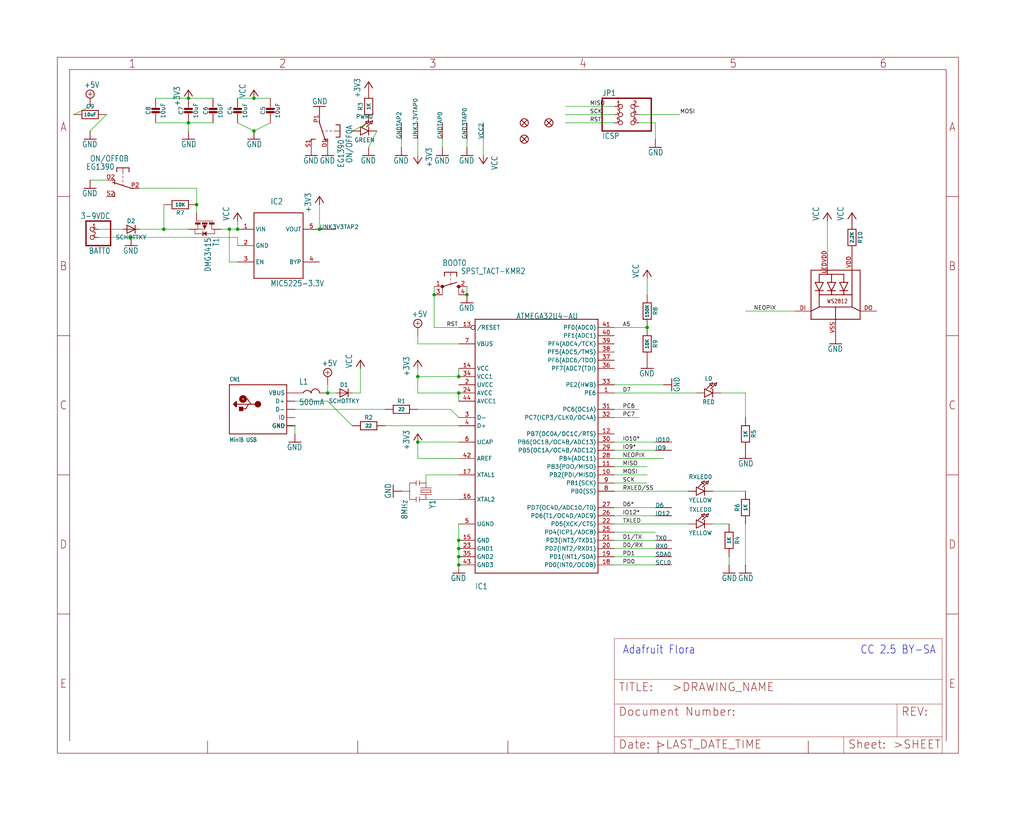
<source format=kicad_sch>
(kicad_sch (version 20211123) (generator eeschema)
  (paper "User" 317.5 254.406)
  (lib_symbols
    (symbol "eagleSchem-eagle-import:+3V3" (power)
      (property "Value" "+3V3" (at -2.54 -5.08 90))
      (symbol "+3V3_1_0"
        (pin power_in line (at 0 -2.54 90) (length 2.54) (name "+3V3") (number "1"))
      )
    )
    (symbol "eagleSchem-eagle-import:+5V" (power)
      (property "Value" "+5V" (at -1.905 3.175 0))
      (symbol "+5V_1_0"
        (pin power_in line (at 0 -2.54 90) (length 2.54) (name "+5V") (number "1"))
      )
    )
    (symbol "eagleSchem-eagle-import:ATMEGA32U4-AU"
      (property "Value" "ATMEGA32U4-AU" (at -5.08 45.72 0))
      (symbol "ATMEGA32U4-AU_1_0"
        (pin bidirectional line (at 25.4 22.86 180) (length 5.08) (name "PE6") (number "1"))
        (pin bidirectional line (at 25.4 -2.54 180) (length 5.08) (name "PB2(PDI/MISO)") (number "10"))
        (pin bidirectional line (at 25.4 0 180) (length 5.08) (name "PB3(PDO/MISO)") (number "11"))
        (pin bidirectional line (at 25.4 10.16 180) (length 5.08) (name "PB7(OC0A/OC1C/RTS)") (number "12"))
        (pin bidirectional inverted (at -22.86 43.18 0) (length 5.08) (name "/RESET") (number "13"))
        (pin bidirectional line (at -22.86 30.48 0) (length 5.08) (name "VCC") (number "14"))
        (pin bidirectional line (at -22.86 -22.86 0) (length 5.08) (name "GND") (number "15"))
        (pin bidirectional line (at -22.86 -10.16 0) (length 5.08) (name "XTAL2") (number "16"))
        (pin bidirectional line (at -22.86 -2.54 0) (length 5.08) (name "XTAL1") (number "17"))
        (pin bidirectional line (at 25.4 -30.48 180) (length 5.08) (name "PD0(INT0/OC0B)") (number "18"))
        (pin bidirectional line (at 25.4 -27.94 180) (length 5.08) (name "PD1(INT1/SDA)") (number "19"))
        (pin bidirectional line (at -22.86 25.4 0) (length 5.08) (name "UVCC") (number "2"))
        (pin bidirectional line (at 25.4 -25.4 180) (length 5.08) (name "PD2(INT2/RXD1)") (number "20"))
        (pin bidirectional line (at 25.4 -22.86 180) (length 5.08) (name "PD3(INT3/TXD1)") (number "21"))
        (pin bidirectional line (at 25.4 -17.78 180) (length 5.08) (name "PD5(XCK/CTS)") (number "22"))
        (pin bidirectional line (at -22.86 -25.4 0) (length 5.08) (name "GND1") (number "23"))
        (pin bidirectional line (at -22.86 22.86 0) (length 5.08) (name "AVCC") (number "24"))
        (pin bidirectional line (at 25.4 -20.32 180) (length 5.08) (name "PD4(ICP1/ADC8)") (number "25"))
        (pin bidirectional line (at 25.4 -15.24 180) (length 5.08) (name "PD6(T1/OC4D/ADC9)") (number "26"))
        (pin bidirectional line (at 25.4 -12.7 180) (length 5.08) (name "PD7(OC4D/ADC10/T0)") (number "27"))
        (pin bidirectional line (at 25.4 2.54 180) (length 5.08) (name "PB4(ADC11)") (number "28"))
        (pin bidirectional line (at 25.4 5.08 180) (length 5.08) (name "PB5(OC1A/OC4B/ADC12)") (number "29"))
        (pin bidirectional line (at -22.86 15.24 0) (length 5.08) (name "D-") (number "3"))
        (pin bidirectional line (at 25.4 7.62 180) (length 5.08) (name "PB6(OC1B/OC4B/ADC13)") (number "30"))
        (pin bidirectional line (at 25.4 17.78 180) (length 5.08) (name "PC6(OC1A)") (number "31"))
        (pin bidirectional line (at 25.4 15.24 180) (length 5.08) (name "PC7(ICP3/CLK0/OC4A)") (number "32"))
        (pin bidirectional line (at 25.4 25.4 180) (length 5.08) (name "PE2(HWB)") (number "33"))
        (pin bidirectional line (at -22.86 27.94 0) (length 5.08) (name "VCC1") (number "34"))
        (pin bidirectional line (at -22.86 -27.94 0) (length 5.08) (name "GND2") (number "35"))
        (pin bidirectional line (at 25.4 30.48 180) (length 5.08) (name "PF7(ADC7(TDI)") (number "36"))
        (pin bidirectional line (at 25.4 33.02 180) (length 5.08) (name "PF6(ADC6/TDO)") (number "37"))
        (pin bidirectional line (at 25.4 35.56 180) (length 5.08) (name "PF5(ADC5/TMS)") (number "38"))
        (pin bidirectional line (at 25.4 38.1 180) (length 5.08) (name "PF4(ADC4/TCK)") (number "39"))
        (pin bidirectional line (at -22.86 12.7 0) (length 5.08) (name "D+") (number "4"))
        (pin bidirectional line (at 25.4 40.64 180) (length 5.08) (name "PF1(ADC1)") (number "40"))
        (pin bidirectional line (at 25.4 43.18 180) (length 5.08) (name "PF0(ADC0)") (number "41"))
        (pin bidirectional line (at -22.86 2.54 0) (length 5.08) (name "AREF") (number "42"))
        (pin bidirectional line (at -22.86 -30.48 0) (length 5.08) (name "GND3") (number "43"))
        (pin bidirectional line (at -22.86 20.32 0) (length 5.08) (name "AVCC1") (number "44"))
        (pin bidirectional line (at -22.86 -17.78 0) (length 5.08) (name "UGND") (number "5"))
        (pin bidirectional line (at -22.86 7.62 0) (length 5.08) (name "UCAP") (number "6"))
        (pin bidirectional line (at -22.86 38.1 0) (length 5.08) (name "VBUS") (number "7"))
        (pin bidirectional line (at 25.4 -7.62 180) (length 5.08) (name "PB0(SS)") (number "8"))
        (pin bidirectional line (at 25.4 -5.08 180) (length 5.08) (name "PB1(SCK)") (number "9"))
      )
    )
    (symbol "eagleSchem-eagle-import:CAP_CERAMIC0805-NOOUTLINE"
      (property "Reference" "C" (at -2.29 1.25 90))
      (property "Value" "CAP_CERAMIC0805-NOOUTLINE" (at 2.3 1.25 90))
      (symbol "CAP_CERAMIC0805-NOOUTLINE_1_0"
        (pin passive line (at 0 5.08 270) (length 2.54) (name "1") (number "1"))
        (pin passive line (at 0 -2.54 90) (length 2.54) (name "2") (number "2"))
      )
    )
    (symbol "eagleSchem-eagle-import:DIODESOD-123"
      (property "Reference" "D" (at 0 2.54 0))
      (property "Value" "DIODESOD-123" (at 0 -2.5 0))
      (symbol "DIODESOD-123_1_0"
        (pin passive line (at -2.54 0 0) (length 2.54) (name "A") (number "A"))
        (pin passive line (at 2.54 0 180) (length 2.54) (name "C") (number "C"))
      )
    )
    (symbol "eagleSchem-eagle-import:DPDT-EG1390"
      (property "Reference" "SW" (at -8.255 -1.905 90))
      (property "Value" "DPDT-EG1390" (at -5.715 2.54 90))
      (symbol "DPDT-EG1390_1_0"
        (pin passive line (at -2.54 5.08 270) (length 2.54) (name "O") (number "O1"))
        (pin passive line (at 0 -5.08 90) (length 2.54) (name "P") (number "P1"))
        (pin passive line (at 2.54 5.08 270) (length 2.54) (name "S") (number "S1"))
      )
      (symbol "DPDT-EG1390_2_0"
        (pin passive line (at -2.54 5.08 270) (length 2.54) (name "O") (number "O2"))
        (pin passive line (at 0 -5.08 90) (length 2.54) (name "P") (number "P2"))
        (pin passive line (at 2.54 5.08 270) (length 2.54) (name "S") (number "S2"))
      )
    )
    (symbol "eagleSchem-eagle-import:FIDUCIAL{dblquote}{dblquote}")
    (symbol "eagleSchem-eagle-import:FRAME_A_L"
      (symbol "FRAME_A_L_1_0"
        (text "1" (at 23.2833 213.995 0) (effects (font (size 2.54 2.286))))
        (text "2" (at 69.85 213.995 0) (effects (font (size 2.54 2.286))))
        (text "3" (at 116.4167 213.995 0) (effects (font (size 2.54 2.286))))
        (text "4" (at 162.9833 213.995 0) (effects (font (size 2.54 2.286))))
        (text "5" (at 209.55 213.995 0) (effects (font (size 2.54 2.286))))
        (text "6" (at 256.1167 213.995 0) (effects (font (size 2.54 2.286))))
        (text "A" (at 1.905 194.31 0) (effects (font (size 2.54 2.286))))
        (text "A" (at 277.495 194.31 0) (effects (font (size 2.54 2.286))))
        (text "B" (at 1.905 151.13 0) (effects (font (size 2.54 2.286))))
        (text "B" (at 277.495 151.13 0) (effects (font (size 2.54 2.286))))
        (text "C" (at 1.905 107.95 0) (effects (font (size 2.54 2.286))))
        (text "C" (at 277.495 107.95 0) (effects (font (size 2.54 2.286))))
        (text "D" (at 1.905 64.77 0) (effects (font (size 2.54 2.286))))
        (text "D" (at 277.495 64.77 0) (effects (font (size 2.54 2.286))))
        (text "E" (at 1.905 21.59 0) (effects (font (size 2.54 2.286))))
        (text "E" (at 277.495 21.59 0) (effects (font (size 2.54 2.286))))
      )
      (symbol "FRAME_A_L_2_0"
        (text ">DRAWING_NAME" (at 17.78 19.05 0) (effects (font (size 2.54 2.54)) (justify left bottom)))
        (text ">LAST_DATE_TIME" (at 12.7 1.27 0) (effects (font (size 2.54 2.54)) (justify left bottom)))
        (text ">SHEET" (at 86.36 1.27 0) (effects (font (size 2.54 2.54)) (justify left bottom)))
        (text "Date:" (at 1.27 1.27 0) (effects (font (size 2.54 2.54)) (justify left bottom)))
        (text "Document Number:" (at 1.27 11.43 0) (effects (font (size 2.54 2.54)) (justify left bottom)))
        (text "REV:" (at 88.9 11.43 0) (effects (font (size 2.54 2.54)) (justify left bottom)))
        (text "Sheet:" (at 72.39 1.27 0) (effects (font (size 2.54 2.54)) (justify left bottom)))
        (text "TITLE:" (at 1.27 19.05 0) (effects (font (size 2.54 2.54)) (justify left bottom)))
      )
    )
    (symbol "eagleSchem-eagle-import:GND" (power)
      (property "Value" "GND" (at -2.54 -2.54 0))
      (symbol "GND_1_0"
        (pin power_in line (at 0 2.54 270) (length 2.54) (name "GND") (number "1"))
      )
    )
    (symbol "eagleSchem-eagle-import:JST_2PIN-SMT-RA"
      (property "Reference" "CN" (at -6.35 5.715 0))
      (property "Value" "JST_2PIN-SMT-RA" (at -6.35 -5.08 0))
      (symbol "JST_2PIN-SMT-RA_1_0"
        (pin passive inverted (at -2.54 0 0) (length 2.54) (name "2") (number "1"))
        (pin passive inverted (at -2.54 2.54 0) (length 2.54) (name "1") (number "2"))
      )
    )
    (symbol "eagleSchem-eagle-import:LED0805_NOOUTLINE"
      (property "Reference" "D" (at -1.27 4.445 0))
      (property "Value" "LED0805_NOOUTLINE" (at -1.27 -2.794 0))
      (symbol "LED0805_NOOUTLINE_1_0"
        (pin passive line (at -5.08 0 0) (length 2.54) (name "A") (number "A"))
        (pin passive line (at 2.54 0 180) (length 2.54) (name "C") (number "C"))
      )
    )
    (symbol "eagleSchem-eagle-import:LP298XS"
      (property "Reference" "IC" (at -12.7 -5.08 90))
      (property "Value" "LP298XS" (at 12.7 -5.08 90))
      (symbol "LP298XS_1_0"
        (pin bidirectional line (at -5.08 -15.24 90) (length 5.08) (name "VIN") (number "1"))
        (pin bidirectional line (at 0 -15.24 90) (length 5.08) (name "GND") (number "2"))
        (pin bidirectional line (at 5.08 -15.24 90) (length 5.08) (name "EN") (number "3"))
        (pin bidirectional line (at 5.08 10.16 270) (length 5.08) (name "BYP") (number "4"))
        (pin bidirectional line (at -5.08 10.16 270) (length 5.08) (name "VOUT") (number "5"))
      )
    )
    (symbol "eagleSchem-eagle-import:PINHD-2X3"
      (property "Reference" "JP" (at -6.35 5.715 0))
      (property "Value" "PINHD-2X3" (at -6.35 -7.62 0))
      (symbol "PINHD-2X3_1_0"
        (pin passive inverted (at -2.54 2.54 0) (length 2.54) (name "1") (number "1"))
        (pin passive inverted (at 5.08 2.54 180) (length 2.54) (name "2") (number "2"))
        (pin passive inverted (at -2.54 0 0) (length 2.54) (name "3") (number "3"))
        (pin passive inverted (at 5.08 0 180) (length 2.54) (name "4") (number "4"))
        (pin passive inverted (at -2.54 -2.54 0) (length 2.54) (name "5") (number "5"))
        (pin passive inverted (at 5.08 -2.54 180) (length 2.54) (name "6") (number "6"))
      )
    )
    (symbol "eagleSchem-eagle-import:PMOSSOT23"
      (property "Reference" "T" (at 2.54 2.54 0))
      (property "Value" "PMOSSOT23" (at 2.54 0 0))
      (symbol "PMOSSOT23_1_0"
        (pin passive line (at 0 5.08 270) (length 2.54) (name "D") (number "1"))
        (pin passive line (at 0 -5.08 90) (length 2.54) (name "S") (number "2"))
        (pin passive line (at -5.08 -2.54 0) (length 2.54) (name "G") (number "3"))
      )
    )
    (symbol "eagleSchem-eagle-import:PTCFUSE-1206"
      (property "Reference" "F" (at -3.81 5.08 0))
      (property "Value" "PTCFUSE-1206" (at -3.81 -1.27 0))
      (symbol "PTCFUSE-1206_1_0"
        (pin passive line (at -5.08 2.54 0) (length 2.54) (name "1") (number "1"))
        (pin passive line (at 5.08 2.54 180) (length 2.54) (name "2") (number "2"))
      )
    )
    (symbol "eagleSchem-eagle-import:RESISTOR0805_NOOUTLINE"
      (property "Reference" "R" (at 0 2.54 0))
      (property "Value" "RESISTOR0805_NOOUTLINE" (at 0 0 0))
      (symbol "RESISTOR0805_NOOUTLINE_1_0"
        (pin passive line (at -5.08 0 0) (length 2.54) (name "1") (number "1"))
        (pin passive line (at 5.08 0 180) (length 2.54) (name "2") (number "2"))
      )
    )
    (symbol "eagleSchem-eagle-import:RESISTOR_0805MP"
      (property "Reference" "R" (at 0 2.54 0))
      (property "Value" "RESISTOR_0805MP" (at 0 0 0))
      (symbol "RESISTOR_0805MP_1_0"
        (pin passive line (at -5.08 0 0) (length 2.54) (name "1") (number "1"))
        (pin passive line (at 5.08 0 180) (length 2.54) (name "2") (number "2"))
      )
    )
    (symbol "eagleSchem-eagle-import:RESONATORSMD"
      (property "Reference" "Y" (at 2.54 1.016 0))
      (property "Value" "RESONATORSMD" (at 2.54 -7.62 0))
      (symbol "RESONATORSMD_1_0"
        (pin passive line (at -2.54 0 0) (length 0) (name "1") (number "1"))
        (pin passive line (at 0 -7.62 90) (length 0) (name "2") (number "2"))
        (pin passive line (at 2.54 0 180) (length 0) (name "3") (number "3"))
      )
    )
    (symbol "eagleSchem-eagle-import:SEWTAP-2.0IN"
      (property "Reference" "TP" (at 0 0 0))
      (symbol "SEWTAP-2.0IN_1_0"
        (pin bidirectional line (at 0 0 0) (length 5.08) (name "SEW") (number "P$1"))
      )
    )
    (symbol "eagleSchem-eagle-import:SPST_TACT-KMR2"
      (property "Reference" "SW" (at -6.35 -2.54 90))
      (property "Value" "SPST_TACT-KMR2" (at -3.81 3.175 90))
      (symbol "SPST_TACT-KMR2_1_0"
        (pin passive line (at 0 -5.08 90) (length 2.54) (name "P") (number "1"))
        (pin passive line (at 0 5.08 270) (length 2.54) (name "S") (number "2"))
        (pin passive line (at 2.54 -5.08 90) (length 2.54) (name "P1") (number "3"))
        (pin passive line (at 2.54 5.08 270) (length 2.54) (name "S1") (number "4"))
      )
    )
    (symbol "eagleSchem-eagle-import:USBMICRO_20329"
      (property "Reference" "X" (at -10.16 8.636 0))
      (property "Value" "USBMICRO_20329" (at -10.16 -10.16 0))
      (symbol "USBMICRO_20329_1_0"
        (pin power_in line (at 10.16 -5.08 180) (length 2.54) (name "GND") (number "BASE@1"))
        (pin power_in line (at 10.16 -5.08 180) (length 2.54) (name "GND") (number "BASE@2"))
        (pin bidirectional line (at 10.16 2.54 180) (length 2.54) (name "D+") (number "D+"))
        (pin bidirectional line (at 10.16 0 180) (length 2.54) (name "D-") (number "D-"))
        (pin power_in line (at 10.16 -5.08 180) (length 2.54) (name "GND") (number "GND"))
        (pin bidirectional line (at 10.16 -2.54 180) (length 2.54) (name "ID") (number "ID"))
        (pin power_in line (at 10.16 -5.08 180) (length 2.54) (name "GND") (number "SPRT@1"))
        (pin power_in line (at 10.16 -5.08 180) (length 2.54) (name "GND") (number "SPRT@2"))
        (pin power_in line (at 10.16 -5.08 180) (length 2.54) (name "GND") (number "SPRT@3"))
        (pin power_in line (at 10.16 -5.08 180) (length 2.54) (name "GND") (number "SPRT@4"))
        (pin power_in line (at 10.16 5.08 180) (length 2.54) (name "VBUS") (number "VBUS"))
      )
    )
    (symbol "eagleSchem-eagle-import:VCC" (power)
      (property "Value" "VCC" (at -2.54 -2.54 90))
      (symbol "VCC_1_0"
        (pin power_in line (at 0 -2.54 90) (length 2.54) (name "VCC") (number "1"))
      )
    )
    (symbol "eagleSchem-eagle-import:WS2812"
      (symbol "WS2812_1_0"
        (text "WS2812" (at 3.81 1.27 0) (effects (font (size 1.27 1.0795)) (justify right top)))
        (pin input line (at -12.7 -2.54 0) (length 5.08) (name "DI") (number "DI"))
        (pin output line (at 12.7 -2.54 180) (length 5.08) (name "DO") (number "DO"))
        (pin power_in line (at -2.54 15.24 270) (length 5.08) (name "LEDVDD") (number "LEDVDD"))
        (pin power_in line (at 5.08 15.24 270) (length 5.08) (name "VDD") (number "VDD"))
        (pin power_in line (at 0 -10.16 90) (length 5.08) (name "GND") (number "VSS"))
      )
    )
  )
  (junction (at 142.24 175.26))
  (junction (at 142.24 172.72))
  (junction (at 142.24 170.18))
  (junction (at 58.42 38.1))
  (junction (at 142.24 116.84))
  (junction (at 101.6 121.92))
  (junction (at 78.74 30.48))
  (junction (at 142.24 167.64))
  (junction (at 73.66 71.12))
  (junction (at 78.74 40.64))
  (junction (at 71.12 71.12))
  (junction (at 129.54 116.84))
  (junction (at 200.66 101.6))
  (junction (at 99.06 71.12))
  (junction (at 134.62 91.44))
  (junction (at 60.96 63.5))
  (junction (at 142.24 121.92))
  (junction (at 58.42 30.48))
  (junction (at 129.54 137.16))
  (junction (at 50.8 71.12))
  (junction (at 40.64 73.66))
  (junction (at 144.78 91.44))
  (wire (pts (xy 114.3 38.1) (xy 109.22 40.64)))
  (wire (pts (xy 190.5 149.86) (xy 200.66 149.86)))
  (wire (pts (xy 231.14 175.26) (xy 231.14 162.56)))
  (wire (pts (xy 198.12 35.56) (xy 210.82 35.56)))
  (wire (pts (xy 66.04 38.1) (xy 58.42 38.1)))
  (wire (pts (xy 142.24 170.18) (xy 142.24 172.72)))
  (wire (pts (xy 27.94 40.64) (xy 33.02 35.56)))
  (wire (pts (xy 190.5 160.02) (xy 203.2 160.02)))
  (wire (pts (xy 142.24 121.92) (xy 129.54 121.92)))
  (wire (pts (xy 144.78 88.9) (xy 144.78 91.44)))
  (wire (pts (xy 231.14 121.92) (xy 231.14 129.54)))
  (wire (pts (xy 58.42 71.12) (xy 50.8 71.12)))
  (wire (pts (xy 190.5 35.56) (xy 175.26 35.56)))
  (wire (pts (xy 226.06 175.26) (xy 226.06 172.72)))
  (wire (pts (xy 190.5 142.24) (xy 205.74 142.24)))
  (wire (pts (xy 190.5 165.1) (xy 203.2 165.1)))
  (wire (pts (xy 48.26 30.48) (xy 58.42 30.48)))
  (wire (pts (xy 43.18 71.12) (xy 50.8 71.12)))
  (wire (pts (xy 27.94 33.02) (xy 22.86 35.56)))
  (wire (pts (xy 142.24 172.72) (xy 142.24 175.26)))
  (wire (pts (xy 114.3 45.72) (xy 116.84 40.64)))
  (wire (pts (xy 134.62 101.6) (xy 134.62 91.44)))
  (wire (pts (xy 129.54 142.24) (xy 142.24 142.24)))
  (wire (pts (xy 190.5 147.32) (xy 200.66 147.32)))
  (wire (pts (xy 60.96 58.42) (xy 60.96 63.5)))
  (wire (pts (xy 99.06 63.5) (xy 99.06 71.12)))
  (wire (pts (xy 30.48 71.12) (xy 38.1 71.12)))
  (wire (pts (xy 101.6 124.46) (xy 109.22 132.08)))
  (wire (pts (xy 137.16 45.72) (xy 137.16 43.18)))
  (wire (pts (xy 142.24 167.64) (xy 142.24 170.18)))
  (wire (pts (xy 66.04 30.48) (xy 58.42 30.48)))
  (wire (pts (xy 190.5 121.92) (xy 215.9 121.92)))
  (wire (pts (xy 129.54 106.68) (xy 129.54 104.14)))
  (wire (pts (xy 104.14 121.92) (xy 101.6 121.92)))
  (wire (pts (xy 200.66 86.36) (xy 200.66 91.44)))
  (wire (pts (xy 43.18 58.42) (xy 60.96 58.42)))
  (wire (pts (xy 190.5 162.56) (xy 213.36 162.56)))
  (wire (pts (xy 190.5 144.78) (xy 200.66 144.78)))
  (wire (pts (xy 71.12 71.12) (xy 73.66 71.12)))
  (wire (pts (xy 190.5 175.26) (xy 203.2 175.26)))
  (wire (pts (xy 50.8 63.5) (xy 50.8 71.12)))
  (wire (pts (xy 111.76 121.92) (xy 111.76 114.3)))
  (wire (pts (xy 73.66 71.12) (xy 73.66 68.58)))
  (wire (pts (xy 132.08 147.32) (xy 142.24 147.32)))
  (wire (pts (xy 256.54 68.58) (xy 256.54 78.74)))
  (wire (pts (xy 190.5 127) (xy 198.12 127)))
  (wire (pts (xy 190.5 129.54) (xy 198.12 129.54)))
  (wire (pts (xy 190.5 152.4) (xy 213.36 152.4)))
  (wire (pts (xy 58.42 40.64) (xy 58.42 38.1)))
  (wire (pts (xy 91.44 127) (xy 119.38 127)))
  (wire (pts (xy 73.66 73.66) (xy 40.64 73.66)))
  (wire (pts (xy 78.74 40.64) (xy 83.82 38.1)))
  (wire (pts (xy 73.66 30.48) (xy 78.74 30.48)))
  (wire (pts (xy 190.5 172.72) (xy 203.2 172.72)))
  (wire (pts (xy 190.5 139.7) (xy 203.2 139.7)))
  (wire (pts (xy 142.24 162.56) (xy 142.24 167.64)))
  (wire (pts (xy 190.5 101.6) (xy 200.66 101.6)))
  (wire (pts (xy 220.98 152.4) (xy 231.14 152.4)))
  (wire (pts (xy 91.44 124.46) (xy 101.6 124.46)))
  (wire (pts (xy 223.52 121.92) (xy 231.14 121.92)))
  (wire (pts (xy 129.54 137.16) (xy 129.54 142.24)))
  (wire (pts (xy 73.66 38.1) (xy 78.74 40.64)))
  (wire (pts (xy 27.94 55.88) (xy 33.02 55.88)))
  (wire (pts (xy 78.74 30.48) (xy 83.82 30.48)))
  (wire (pts (xy 109.22 121.92) (xy 111.76 121.92)))
  (wire (pts (xy 190.5 137.16) (xy 203.2 137.16)))
  (wire (pts (xy 91.44 132.08) (xy 91.44 134.62)))
  (wire (pts (xy 142.24 106.68) (xy 129.54 106.68)))
  (wire (pts (xy 203.2 157.48) (xy 190.5 157.48)))
  (wire (pts (xy 129.54 121.92) (xy 129.54 116.84)))
  (wire (pts (xy 203.2 38.1) (xy 198.12 38.1)))
  (wire (pts (xy 190.5 38.1) (xy 175.26 38.1)))
  (wire (pts (xy 129.54 116.84) (xy 142.24 116.84)))
  (wire (pts (xy 190.5 167.64) (xy 203.2 167.64)))
  (wire (pts (xy 144.78 45.72) (xy 144.78 43.18)))
  (wire (pts (xy 30.48 73.66) (xy 40.64 73.66)))
  (wire (pts (xy 149.86 43.18) (xy 149.86 48.26)))
  (wire (pts (xy 190.5 170.18) (xy 203.2 170.18)))
  (wire (pts (xy 226.06 162.56) (xy 220.98 162.56)))
  (wire (pts (xy 101.6 119.38) (xy 101.6 121.92)))
  (wire (pts (xy 71.12 81.28) (xy 71.12 71.12)))
  (wire (pts (xy 58.42 38.1) (xy 48.26 38.1)))
  (wire (pts (xy 129.54 127) (xy 139.7 127)))
  (wire (pts (xy 124.46 45.72) (xy 124.46 43.18)))
  (wire (pts (xy 142.24 101.6) (xy 134.62 101.6)))
  (wire (pts (xy 142.24 116.84) (xy 142.24 114.3)))
  (wire (pts (xy 68.58 71.12) (xy 71.12 71.12)))
  (wire (pts (xy 142.24 137.16) (xy 129.54 137.16)))
  (wire (pts (xy 129.54 48.26) (xy 129.54 43.18)))
  (wire (pts (xy 205.74 119.38) (xy 190.5 119.38)))
  (wire (pts (xy 73.66 81.28) (xy 71.12 81.28)))
  (wire (pts (xy 139.7 127) (xy 142.24 129.54)))
  (wire (pts (xy 134.62 88.9) (xy 134.62 91.44)))
  (wire (pts (xy 129.54 116.84) (xy 129.54 114.3)))
  (wire (pts (xy 246.38 96.52) (xy 231.14 96.52)))
  (wire (pts (xy 203.2 43.18) (xy 203.2 38.1)))
  (wire (pts (xy 132.08 147.32) (xy 132.08 149.86)))
  (wire (pts (xy 142.24 154.94) (xy 132.08 154.94)))
  (wire (pts (xy 142.24 124.46) (xy 142.24 121.92)))
  (wire (pts (xy 190.5 33.02) (xy 175.26 33.02)))
  (wire (pts (xy 73.66 76.2) (xy 73.66 73.66)))
  (wire (pts (xy 119.38 132.08) (xy 142.24 132.08)))
  (wire (pts (xy 60.96 63.5) (xy 60.96 66.04)))
  (text "CC 2.5 BY-SA" (at 266.7 203.2 180) (effects (font (size 2.54 2.159)) (justify left bottom)))
  (text "Adafruit Flora" (at 193.04 203.2 180) (effects (font (size 2.54 2.159)) (justify left bottom)))
  (label "NEOPIX" (at 193.04 142.24 0) (effects (font (size 1.2446 1.2446))))
  (label "RST" (at 138.43 101.6 0) (effects (font (size 1.2446 1.2446))))
  (label "SCK" (at 193.04 149.86 0) (effects (font (size 1.2446 1.2446))))
  (label "MOSI" (at 193.04 147.32 0) (effects (font (size 1.2446 1.2446))))
  (label "PC7" (at 193.04 129.54 0) (effects (font (size 1.2446 1.2446))))
  (label "D6*" (at 193.04 157.48 0) (effects (font (size 1.2446 1.2446))))
  (label "MOSI" (at 210.82 35.56 0) (effects (font (size 1.2446 1.2446))))
  (label "RST" (at 182.88 38.1 0) (effects (font (size 1.2446 1.2446))))
  (label "IO9*" (at 193.04 139.7 0) (effects (font (size 1.2446 1.2446))))
  (label "MISO" (at 182.88 33.02 0) (effects (font (size 1.2446 1.2446))))
  (label "TXLED" (at 193.04 162.56 0) (effects (font (size 1.2446 1.2446))))
  (label "PD0" (at 193.04 175.26 0) (effects (font (size 1.2446 1.2446))))
  (label "RXLED/SS" (at 193.04 152.4 0) (effects (font (size 1.2446 1.2446))))
  (label "NEOPIX" (at 233.68 96.52 0) (effects (font (size 1.2446 1.2446))))
  (label "D7" (at 193.04 121.92 0) (effects (font (size 1.2446 1.2446))))
  (label "D1/TX" (at 193.04 167.64 0) (effects (font (size 1.2446 1.2446))))
  (label "D0/RX" (at 193.04 170.18 0) (effects (font (size 1.2446 1.2446))))
  (label "IO10*" (at 193.04 137.16 0) (effects (font (size 1.2446 1.2446))))
  (label "PD1" (at 193.04 172.72 0) (effects (font (size 1.2446 1.2446))))
  (label "IO12*" (at 193.04 160.02 0) (effects (font (size 1.2446 1.2446))))
  (label "A5" (at 193.04 101.6 0) (effects (font (size 1.2446 1.2446))))
  (label "SCK" (at 182.88 35.56 0) (effects (font (size 1.2446 1.2446))))
  (label "PC6" (at 193.04 127 0) (effects (font (size 1.2446 1.2446))))
  (label "MISO" (at 193.04 144.78 0) (effects (font (size 1.2446 1.2446))))
  (symbol (lib_id "eagleSchem-eagle-import:JST_2PIN-SMT-RA") (at 27.94 71.12 180) (unit 1)
    (property "Reference" "BATT0" (at 34.29 76.835 0) (effects (font (size 1.778 1.5113)) (justify left bottom)))
    (property "Value" "3-9VDC" (at 34.29 66.04 0) (effects (font (size 1.778 1.5113)) (justify left bottom)))
    (property "Footprint" "eagleSchem:JST-PH-2-SMT-RA" (effects hide))
  )
  (symbol (lib_id "eagleSchem-eagle-import:GND") (at 91.44 137.16 0) (unit 1)
    (property "Reference" "#GND1" (effects hide))
    (property "Value" "GND" (at 88.9 139.7 0) (effects (font (size 1.778 1.5113)) (justify left bottom)))
    (property "Footprint" "eagleSchem:" (effects hide))
  )
  (symbol (lib_id "eagleSchem-eagle-import:GND") (at 121.92 152.4 270) (unit 1)
    (property "Reference" "#GND6" (effects hide))
    (property "Value" "GND" (at 119.38 149.86 0) (effects (font (size 1.778 1.5113)) (justify left bottom)))
    (property "Footprint" "eagleSchem:" (effects hide))
  )
  (symbol (lib_id "eagleSchem-eagle-import:SEWTAP-2.0IN") (at 203.2 157.48 0) (unit 1)
    (property "Reference" "D6" (at 203.2 157.48 0) (effects (justify left bottom)))
    (property "Value" "SEWTAP-2.0IN" (effects hide))
    (property "Footprint" "eagleSchem:SEWINGTAP_2.0" (effects hide))
  )
  (symbol (lib_id "eagleSchem-eagle-import:GND") (at 144.78 93.98 0) (unit 1)
    (property "Reference" "#GND7" (effects hide))
    (property "Value" "GND" (at 142.24 96.52 0) (effects (font (size 1.778 1.5113)) (justify left bottom)))
    (property "Footprint" "eagleSchem:" (effects hide))
  )
  (symbol (lib_id "eagleSchem-eagle-import:PTCFUSE-1206") (at 96.52 124.46 0) (unit 1)
    (property "Reference" "L1" (at 92.71 119.38 0) (effects (font (size 1.778 1.5113)) (justify left bottom)))
    (property "Value" "500mA" (at 92.71 125.73 0) (effects (font (size 1.778 1.5113)) (justify left bottom)))
    (property "Footprint" "eagleSchem:R1206" (effects hide))
  )
  (symbol (lib_id "eagleSchem-eagle-import:FIDUCIAL{dblquote}{dblquote}") (at 170.18 38.1 0) (unit 1)
    (property "Reference" "U$6" (effects hide))
    (property "Value" "FIDUCIAL{dblquote}{dblquote}" (effects hide))
    (property "Footprint" "eagleSchem:FIDUCIAL_1MM" (effects hide))
  )
  (symbol (lib_id "eagleSchem-eagle-import:FRAME_A_L") (at 17.78 233.68 0) (unit 1)
    (property "Reference" "#FRAME1" (effects hide))
    (property "Value" "FRAME_A_L" (effects hide))
    (property "Footprint" "eagleSchem:" (effects hide))
  )
  (symbol (lib_id "eagleSchem-eagle-import:GND") (at 124.46 48.26 0) (unit 1)
    (property "Reference" "#GND21" (effects hide))
    (property "Value" "GND" (at 121.92 50.8 0) (effects (font (size 1.778 1.5113)) (justify left bottom)))
    (property "Footprint" "eagleSchem:" (effects hide))
  )
  (symbol (lib_id "eagleSchem-eagle-import:+3V3") (at 99.06 60.96 0) (unit 1)
    (property "Reference" "#+3V3" (effects hide))
    (property "Value" "+3V3" (at 96.52 66.04 90) (effects (font (size 1.778 1.5113)) (justify left bottom)))
    (property "Footprint" "eagleSchem:" (effects hide))
  )
  (symbol (lib_id "eagleSchem-eagle-import:+3V3") (at 129.54 134.62 0) (unit 1)
    (property "Reference" "#+3V1" (effects hide))
    (property "Value" "+3V3" (at 127 139.7 90) (effects (font (size 1.778 1.5113)) (justify left bottom)))
    (property "Footprint" "eagleSchem:" (effects hide))
  )
  (symbol (lib_id "eagleSchem-eagle-import:+3V3") (at 58.42 27.94 0) (unit 1)
    (property "Reference" "#+3V4" (effects hide))
    (property "Value" "+3V3" (at 55.88 33.02 90) (effects (font (size 1.778 1.5113)) (justify left bottom)))
    (property "Footprint" "eagleSchem:" (effects hide))
  )
  (symbol (lib_id "eagleSchem-eagle-import:CAP_CERAMIC0805-NOOUTLINE") (at 58.42 35.56 0) (unit 1)
    (property "Reference" "C7" (at 56.13 34.31 90))
    (property "Value" "10uF" (at 60.72 34.31 90))
    (property "Footprint" "eagleSchem:0805-NO" (effects hide))
  )
  (symbol (lib_id "eagleSchem-eagle-import:LED0805_NOOUTLINE") (at 218.44 152.4 0) (unit 1)
    (property "Reference" "RXLED0" (at 217.17 147.955 0))
    (property "Value" "YELLOW" (at 217.17 155.194 0))
    (property "Footprint" "eagleSchem:CHIPLED_0805_NOOUTLINE" (effects hide))
  )
  (symbol (lib_id "eagleSchem-eagle-import:GND") (at 231.14 142.24 0) (mirror y) (unit 1)
    (property "Reference" "#GND10" (effects hide))
    (property "Value" "GND" (at 233.68 144.78 0) (effects (font (size 1.778 1.5113)) (justify left bottom)))
    (property "Footprint" "eagleSchem:" (effects hide))
  )
  (symbol (lib_id "eagleSchem-eagle-import:CAP_CERAMIC0805-NOOUTLINE") (at 48.26 35.56 0) (unit 1)
    (property "Reference" "C8" (at 45.97 34.31 90))
    (property "Value" "10uF" (at 50.56 34.31 90))
    (property "Footprint" "eagleSchem:0805-NO" (effects hide))
  )
  (symbol (lib_id "eagleSchem-eagle-import:WS2812") (at 259.08 93.98 0) (unit 1)
    (property "Reference" "LED1" (effects hide))
    (property "Value" "WS2812" (effects hide))
    (property "Footprint" "eagleSchem:WS2812" (effects hide))
  )
  (symbol (lib_id "eagleSchem-eagle-import:FRAME_A_L") (at 190.5 233.68 0) (unit 2)
    (property "Reference" "#FRAME1" (effects hide))
    (property "Value" "FRAME_A_L" (effects hide))
    (property "Footprint" "eagleSchem:" (effects hide))
  )
  (symbol (lib_id "eagleSchem-eagle-import:DPDT-EG1390") (at 38.1 58.42 90) (mirror x) (unit 2)
    (property "Reference" "ON/OFF0" (at 40.005 50.165 90) (effects (font (size 1.778 1.5113)) (justify left bottom)))
    (property "Value" "EG1390" (at 35.56 52.705 90) (effects (font (size 1.778 1.5113)) (justify left bottom)))
    (property "Footprint" "eagleSchem:EG1390" (effects hide))
  )
  (symbol (lib_id "eagleSchem-eagle-import:GND") (at 114.3 48.26 0) (unit 1)
    (property "Reference" "#GND9" (effects hide))
    (property "Value" "GND" (at 111.76 50.8 0) (effects (font (size 1.778 1.5113)) (justify left bottom)))
    (property "Footprint" "eagleSchem:" (effects hide))
  )
  (symbol (lib_id "eagleSchem-eagle-import:GND") (at 27.94 43.18 0) (unit 1)
    (property "Reference" "#GND15" (effects hide))
    (property "Value" "GND" (at 25.4 45.72 0) (effects (font (size 1.778 1.5113)) (justify left bottom)))
    (property "Footprint" "eagleSchem:" (effects hide))
  )
  (symbol (lib_id "eagleSchem-eagle-import:RESISTOR_0805MP") (at 55.88 63.5 180) (unit 1)
    (property "Reference" "R7" (at 55.88 66.04 0))
    (property "Value" "10K" (at 55.88 63.5 0) (effects (font (size 1.016 1.016) bold)))
    (property "Footprint" "eagleSchem:_0805MP" (effects hide))
  )
  (symbol (lib_id "eagleSchem-eagle-import:+3V3") (at 129.54 111.76 0) (unit 1)
    (property "Reference" "#+3V5" (effects hide))
    (property "Value" "+3V3" (at 127 116.84 90) (effects (font (size 1.778 1.5113)) (justify left bottom)))
    (property "Footprint" "eagleSchem:" (effects hide))
  )
  (symbol (lib_id "eagleSchem-eagle-import:GND") (at 144.78 48.26 0) (unit 1)
    (property "Reference" "#GND13" (effects hide))
    (property "Value" "GND" (at 142.24 50.8 0) (effects (font (size 1.778 1.5113)) (justify left bottom)))
    (property "Footprint" "eagleSchem:" (effects hide))
  )
  (symbol (lib_id "eagleSchem-eagle-import:PINHD-2X3") (at 193.04 35.56 0) (unit 1)
    (property "Reference" "JP1" (at 186.69 29.845 0) (effects (font (size 1.778 1.5113)) (justify left bottom)))
    (property "Value" "ICSP" (at 186.69 43.18 0) (effects (font (size 1.778 1.5113)) (justify left bottom)))
    (property "Footprint" "eagleSchem:2X03" (effects hide))
  )
  (symbol (lib_id "eagleSchem-eagle-import:SEWTAP-2.0IN") (at 203.2 175.26 0) (unit 1)
    (property "Reference" "SCL0" (at 203.2 175.26 0) (effects (justify left bottom)))
    (property "Value" "SEWTAP-2.0IN" (effects hide))
    (property "Footprint" "eagleSchem:SEWINGTAP_2.0" (effects hide))
  )
  (symbol (lib_id "eagleSchem-eagle-import:RESISTOR_0805MP") (at 114.3 33.02 90) (unit 1)
    (property "Reference" "R3" (at 111.76 33.02 0))
    (property "Value" "1K" (at 114.3 33.02 0) (effects (font (size 1.016 1.016) bold)))
    (property "Footprint" "eagleSchem:_0805MP" (effects hide))
  )
  (symbol (lib_id "eagleSchem-eagle-import:GND") (at 208.28 119.38 90) (mirror x) (unit 1)
    (property "Reference" "#GND3" (effects hide))
    (property "Value" "GND" (at 210.82 116.84 0) (effects (font (size 1.778 1.5113)) (justify left bottom)))
    (property "Footprint" "eagleSchem:" (effects hide))
  )
  (symbol (lib_id "eagleSchem-eagle-import:PMOSSOT23") (at 63.5 71.12 270) (unit 1)
    (property "Reference" "T1" (at 66.04 73.66 0) (effects (font (size 1.778 1.5113)) (justify left bottom)))
    (property "Value" "DMG3415" (at 63.5 73.66 0) (effects (font (size 1.778 1.5113)) (justify left bottom)))
    (property "Footprint" "eagleSchem:SOT-23" (effects hide))
  )
  (symbol (lib_id "eagleSchem-eagle-import:GND") (at 27.94 58.42 0) (unit 1)
    (property "Reference" "#GND16" (effects hide))
    (property "Value" "GND" (at 25.4 60.96 0) (effects (font (size 1.778 1.5113)) (justify left bottom)))
    (property "Footprint" "eagleSchem:" (effects hide))
  )
  (symbol (lib_id "eagleSchem-eagle-import:VCC") (at 149.86 50.8 180) (unit 1)
    (property "Reference" "#P+2" (effects hide))
    (property "Value" "VCC" (at 152.4 48.26 90) (effects (font (size 1.778 1.5113)) (justify left bottom)))
    (property "Footprint" "eagleSchem:" (effects hide))
  )
  (symbol (lib_id "eagleSchem-eagle-import:RESISTOR0805_NOOUTLINE") (at 200.66 96.52 270) (unit 1)
    (property "Reference" "R8" (at 203.2 96.52 0))
    (property "Value" "150K" (at 200.66 96.52 0) (effects (font (size 1.016 1.016) bold)))
    (property "Footprint" "eagleSchem:0805-NO" (effects hide))
  )
  (symbol (lib_id "eagleSchem-eagle-import:RESISTOR_0805MP") (at 27.94 35.56 0) (unit 1)
    (property "Reference" "C9" (at 27.94 33.02 0))
    (property "Value" "10uF" (at 27.94 35.56 0) (effects (font (size 1.016 1.016) bold)))
    (property "Footprint" "eagleSchem:_0805MP" (effects hide))
  )
  (symbol (lib_id "eagleSchem-eagle-import:VCC") (at 78.74 27.94 0) (unit 1)
    (property "Reference" "#P+4" (effects hide))
    (property "Value" "VCC" (at 76.2 30.48 90) (effects (font (size 1.778 1.5113)) (justify left bottom)))
    (property "Footprint" "eagleSchem:" (effects hide))
  )
  (symbol (lib_id "eagleSchem-eagle-import:SEWTAP-2.0IN") (at 203.2 172.72 0) (unit 1)
    (property "Reference" "SDA0" (at 203.2 172.72 0) (effects (justify left bottom)))
    (property "Value" "SEWTAP-2.0IN" (effects hide))
    (property "Footprint" "eagleSchem:SEWINGTAP_2.0" (effects hide))
  )
  (symbol (lib_id "eagleSchem-eagle-import:RESISTOR0805_NOOUTLINE") (at 114.3 132.08 0) (unit 1)
    (property "Reference" "R2" (at 114.3 129.54 0))
    (property "Value" "22" (at 114.3 132.08 0) (effects (font (size 1.016 1.016) bold)))
    (property "Footprint" "eagleSchem:0805-NO" (effects hide))
  )
  (symbol (lib_id "eagleSchem-eagle-import:DPDT-EG1390") (at 99.06 40.64 180) (unit 1)
    (property "Reference" "ON/OFF0" (at 107.315 38.735 90) (effects (font (size 1.778 1.5113)) (justify left bottom)))
    (property "Value" "EG1390" (at 104.775 43.18 90) (effects (font (size 1.778 1.5113)) (justify left bottom)))
    (property "Footprint" "eagleSchem:EG1390" (effects hide))
  )
  (symbol (lib_id "eagleSchem-eagle-import:SEWTAP-2.0IN") (at 203.2 160.02 0) (unit 1)
    (property "Reference" "IO12" (at 203.2 160.02 0) (effects (justify left bottom)))
    (property "Value" "SEWTAP-2.0IN" (effects hide))
    (property "Footprint" "eagleSchem:SEWINGTAP_2.0" (effects hide))
  )
  (symbol (lib_id "eagleSchem-eagle-import:FIDUCIAL{dblquote}{dblquote}") (at 162.56 43.18 0) (unit 1)
    (property "Reference" "U$3" (effects hide))
    (property "Value" "FIDUCIAL{dblquote}{dblquote}" (effects hide))
    (property "Footprint" "eagleSchem:FIDUCIAL_1MM" (effects hide))
    (property "Value" "FIDUCIAL{dblquote}{dblquote}" (effects hide))
  )
  (symbol (lib_id "eagleSchem-eagle-import:+5V") (at 27.94 30.48 0) (unit 1)
    (property "Reference" "#V2" (effects hide))
    (property "Value" "+5V" (at 26.035 27.305 0) (effects (font (size 1.778 1.5113)) (justify left bottom)))
    (property "Footprint" "eagleSchem:" (effects hide))
  )
  (symbol (lib_id "eagleSchem-eagle-import:DIODESOD-123") (at 40.64 71.12 0) (unit 1)
    (property "Reference" "D2" (at 40.64 68.58 0))
    (property "Value" "SCHOTTKY" (at 40.64 73.62 0))
    (property "Footprint" "eagleSchem:SOD-123" (effects hide))
  )
  (symbol (lib_id "eagleSchem-eagle-import:RESISTOR_0805MP") (at 226.06 167.64 270) (unit 1)
    (property "Reference" "R4" (at 228.6 167.64 0))
    (property "Value" "1K" (at 226.06 167.64 0) (effects (font (size 1.016 1.016) bold)))
    (property "Footprint" "eagleSchem:_0805MP" (effects hide))
  )
  (symbol (lib_id "eagleSchem-eagle-import:VCC") (at 264.16 66.04 0) (unit 1)
    (property "Reference" "#P+1" (effects hide))
    (property "Value" "VCC" (at 261.62 68.58 90) (effects (font (size 1.778 1.5113)) (justify left bottom)))
    (property "Footprint" "eagleSchem:" (effects hide))
  )
  (symbol (lib_id "eagleSchem-eagle-import:SEWTAP-2.0IN") (at 129.54 43.18 90) (unit 1)
    (property "Reference" "UNK3.3VTAP0" (at 129.54 43.18 0) (effects (justify left bottom)))
    (property "Value" "SEWTAP-2.0IN" (effects hide))
    (property "Footprint" "eagleSchem:SEWINGTAP_2.0" (effects hide))
  )
  (symbol (lib_id "eagleSchem-eagle-import:VCC") (at 200.66 83.82 0) (unit 1)
    (property "Reference" "#P+3" (effects hide))
    (property "Value" "VCC" (at 198.12 86.36 90) (effects (font (size 1.778 1.5113)) (justify left bottom)))
    (property "Footprint" "eagleSchem:" (effects hide))
  )
  (symbol (lib_id "eagleSchem-eagle-import:VCC") (at 73.66 66.04 0) (unit 1)
    (property "Reference" "#P+5" (effects hide))
    (property "Value" "VCC" (at 71.12 68.58 90) (effects (font (size 1.778 1.5113)) (justify left bottom)))
    (property "Footprint" "eagleSchem:" (effects hide))
  )
  (symbol (lib_id "eagleSchem-eagle-import:GND") (at 142.24 177.8 0) (unit 1)
    (property "Reference" "#GND2" (effects hide))
    (property "Value" "GND" (at 139.7 180.34 0) (effects (font (size 1.778 1.5113)) (justify left bottom)))
    (property "Footprint" "eagleSchem:" (effects hide))
  )
  (symbol (lib_id "eagleSchem-eagle-import:GND") (at 200.66 114.3 0) (unit 1)
    (property "Reference" "#GND20" (effects hide))
    (property "Value" "GND" (at 198.12 116.84 0) (effects (font (size 1.778 1.5113)) (justify left bottom)))
    (property "Footprint" "eagleSchem:" (effects hide))
  )
  (symbol (lib_id "eagleSchem-eagle-import:GND") (at 78.74 43.18 0) (mirror y) (unit 1)
    (property "Reference" "#GND23" (effects hide))
    (property "Value" "GND" (at 81.28 45.72 0) (effects (font (size 1.778 1.5113)) (justify left bottom)))
    (property "Footprint" "eagleSchem:" (effects hide))
  )
  (symbol (lib_id "eagleSchem-eagle-import:LP298XS") (at 88.9 76.2 270) (unit 1)
    (property "Reference" "IC2" (at 83.82 63.5 90) (effects (font (size 1.778 1.5113)) (justify left bottom)))
    (property "Value" "MIC5225-3.3V" (at 83.82 88.9 90) (effects (font (size 1.778 1.5113)) (justify left bottom)))
    (property "Footprint" "eagleSchem:SOT23-5L" (effects hide))
  )
  (symbol (lib_id "eagleSchem-eagle-import:+3V3") (at 114.3 25.4 0) (unit 1)
    (property "Reference" "#+3V6" (effects hide))
    (property "Value" "+3V3" (at 111.76 30.48 90) (effects (font (size 1.778 1.5113)) (justify left bottom)))
    (property "Footprint" "eagleSchem:" (effects hide))
  )
  (symbol (lib_id "eagleSchem-eagle-import:RESISTOR0805_NOOUTLINE") (at 124.46 127 0) (unit 1)
    (property "Reference" "R1" (at 124.46 124.46 0))
    (property "Value" "22" (at 124.46 127 0) (effects (font (size 1.016 1.016) bold)))
    (property "Footprint" "eagleSchem:0805-NO" (effects hide))
  )
  (symbol (lib_id "eagleSchem-eagle-import:SPST_TACT-KMR2") (at 139.7 88.9 270) (unit 1)
    (property "Reference" "BOOT0" (at 137.16 82.55 90) (effects (font (size 1.778 1.5113)) (justify left bottom)))
    (property "Value" "SPST_TACT-KMR2" (at 142.875 85.09 90) (effects (font (size 1.778 1.5113)) (justify left bottom)))
    (property "Footprint" "eagleSchem:KMR2" (effects hide))
  )
  (symbol (lib_id "eagleSchem-eagle-import:RESISTOR0805_NOOUTLINE") (at 264.16 73.66 270) (unit 1)
    (property "Reference" "R10" (at 266.7 73.66 0))
    (property "Value" "2.2K" (at 264.16 73.66 0) (effects (font (size 1.016 1.016) bold)))
    (property "Footprint" "eagleSchem:0805-NO" (effects hide))
  )
  (symbol (lib_id "eagleSchem-eagle-import:CAP_CERAMIC0805-NOOUTLINE") (at 83.82 35.56 0) (unit 1)
    (property "Reference" "C5" (at 81.53 34.31 90))
    (property "Value" "10uF" (at 86.12 34.31 90))
    (property "Footprint" "eagleSchem:0805-NO" (effects hide))
  )
  (symbol (lib_id "eagleSchem-eagle-import:SEWTAP-2.0IN") (at 124.46 43.18 90) (unit 1)
    (property "Reference" "GNDTAP2" (at 124.46 43.18 0) (effects (justify left bottom)))
    (property "Value" "SEWTAP-2.0IN" (effects hide))
    (property "Footprint" "eagleSchem:SEWINGTAP_2.0" (effects hide))
  )
  (symbol (lib_id "eagleSchem-eagle-import:GND") (at 226.06 177.8 0) (mirror y) (unit 1)
    (property "Reference" "#GND5" (effects hide))
    (property "Value" "GND" (at 228.6 180.34 0) (effects (font (size 1.778 1.5113)) (justify left bottom)))
    (property "Footprint" "eagleSchem:" (effects hide))
  )
  (symbol (lib_id "eagleSchem-eagle-import:GND") (at 99.06 33.02 180) (unit 1)
    (property "Reference" "#GND19" (effects hide))
    (property "Value" "GND" (at 101.6 30.48 0) (effects (font (size 1.778 1.5113)) (justify left bottom)))
    (property "Footprint" "eagleSchem:" (effects hide))
  )
  (symbol (lib_id "eagleSchem-eagle-import:RESONATORSMD") (at 132.08 152.4 270) (unit 1)
    (property "Reference" "Y1" (at 133.096 154.94 0) (effects (font (size 1.778 1.5113)) (justify left bottom)))
    (property "Value" "8MHz" (at 124.46 154.94 0) (effects (font (size 1.778 1.5113)) (justify left bottom)))
    (property "Footprint" "eagleSchem:RESONATOR-SMD" (effects hide))
  )
  (symbol (lib_id "eagleSchem-eagle-import:SEWTAP-2.0IN") (at 137.16 43.18 90) (unit 1)
    (property "Reference" "GNDTAP0" (at 137.16 43.18 0) (effects (justify left bottom)))
    (property "Value" "SEWTAP-2.0IN" (effects hide))
    (property "Footprint" "eagleSchem:SEWINGTAP_2.0" (effects hide))
  )
  (symbol (lib_id "eagleSchem-eagle-import:GND") (at 259.08 106.68 0) (unit 1)
    (property "Reference" "#GND12" (effects hide))
    (property "Value" "GND" (at 256.54 109.22 0) (effects (font (size 1.778 1.5113)) (justify left bottom)))
    (property "Footprint" "eagleSchem:" (effects hide))
  )
  (symbol (lib_id "eagleSchem-eagle-import:RESISTOR0805_NOOUTLINE") (at 200.66 106.68 270) (unit 1)
    (property "Reference" "R9" (at 203.2 106.68 0))
    (property "Value" "10K" (at 200.66 106.68 0) (effects (font (size 1.016 1.016) bold)))
    (property "Footprint" "eagleSchem:0805-NO" (effects hide))
  )
  (symbol (lib_id "eagleSchem-eagle-import:LED0805_NOOUTLINE") (at 220.98 121.92 0) (unit 1)
    (property "Reference" "L0" (at 219.71 117.475 0))
    (property "Value" "RED" (at 219.71 124.714 0))
    (property "Footprint" "eagleSchem:CHIPLED_0805_NOOUTLINE" (effects hide))
  )
  (symbol (lib_id "eagleSchem-eagle-import:+5V") (at 129.54 101.6 0) (unit 1)
    (property "Reference" "#V4" (effects hide))
    (property "Value" "+5V" (at 127.635 98.425 0) (effects (font (size 1.778 1.5113)) (justify left bottom)))
    (property "Footprint" "eagleSchem:" (effects hide))
  )
  (symbol (lib_id "eagleSchem-eagle-import:LED0805_NOOUTLINE") (at 218.44 162.56 0) (unit 1)
    (property "Reference" "TXLED0" (at 217.17 158.115 0))
    (property "Value" "YELLOW" (at 217.17 165.354 0))
    (property "Footprint" "eagleSchem:CHIPLED_0805_NOOUTLINE" (effects hide))
  )
  (symbol (lib_id "eagleSchem-eagle-import:SEWTAP-2.0IN") (at 149.86 43.18 90) (unit 1)
    (property "Reference" "VCC2" (at 149.86 43.18 0) (effects (justify left bottom)))
    (property "Value" "SEWTAP-2.0IN" (effects hide))
    (property "Footprint" "eagleSchem:SEWINGTAP_2.0" (effects hide))
  )
  (symbol (lib_id "eagleSchem-eagle-import:VCC") (at 111.76 111.76 0) (unit 1)
    (property "Reference" "#P+6" (effects hide))
    (property "Value" "VCC" (at 109.22 114.3 90) (effects (font (size 1.778 1.5113)) (justify left bottom)))
    (property "Footprint" "eagleSchem:" (effects hide))
  )
  (symbol (lib_id "eagleSchem-eagle-import:SEWTAP-2.0IN") (at 99.06 71.12 0) (unit 1)
    (property "Reference" "UNK3V3TAP2" (at 99.06 71.12 0) (effects (justify left bottom)))
    (property "Value" "SEWTAP-2.0IN" (effects hide))
    (property "Footprint" "eagleSchem:SEWINGTAP_2.0" (effects hide))
  )
  (symbol (lib_id "eagleSchem-eagle-import:GND") (at 231.14 177.8 0) (mirror y) (unit 1)
    (property "Reference" "#GND8" (effects hide))
    (property "Value" "GND" (at 233.68 180.34 0) (effects (font (size 1.778 1.5113)) (justify left bottom)))
    (property "Footprint" "eagleSchem:" (effects hide))
  )
  (symbol (lib_id "eagleSchem-eagle-import:GND") (at 58.42 43.18 0) (mirror y) (unit 1)
    (property "Reference" "#GND22" (effects hide))
    (property "Value" "GND" (at 60.96 45.72 0) (effects (font (size 1.778 1.5113)) (justify left bottom)))
    (property "Footprint" "eagleSchem:" (effects hide))
  )
  (symbol (lib_id "eagleSchem-eagle-import:GND") (at 203.2 45.72 0) (mirror y) (unit 1)
    (property "Reference" "#GND4" (effects hide))
    (property "Value" "GND" (at 205.74 48.26 0) (effects (font (size 1.778 1.5113)) (justify left bottom)))
    (property "Footprint" "eagleSchem:" (effects hide))
  )
  (symbol (lib_id "eagleSchem-eagle-import:GND") (at 40.64 76.2 0) (unit 1)
    (property "Reference" "#GND11" (effects hide))
    (property "Value" "GND" (at 38.1 78.74 0) (effects (font (size 1.778 1.5113)) (justify left bottom)))
    (property "Footprint" "eagleSchem:" (effects hide))
  )
  (symbol (lib_id "eagleSchem-eagle-import:SEWTAP-2.0IN") (at 203.2 167.64 0) (unit 1)
    (property "Reference" "TX0" (at 203.2 167.64 0) (effects (justify left bottom)))
    (property "Value" "SEWTAP-2.0IN" (effects hide))
    (property "Footprint" "eagleSchem:SEWINGTAP_2.0" (effects hide))
  )
  (symbol (lib_id "eagleSchem-eagle-import:SEWTAP-2.0IN") (at 203.2 139.7 0) (unit 1)
    (property "Reference" "IO9" (at 203.2 139.7 0) (effects (justify left bottom)))
    (property "Value" "SEWTAP-2.0IN" (effects hide))
    (property "Footprint" "eagleSchem:SEWINGTAP_2.0" (effects hide))
  )
  (symbol (lib_id "eagleSchem-eagle-import:RESISTOR0805_NOOUTLINE") (at 231.14 134.62 270) (unit 1)
    (property "Reference" "R5" (at 233.68 134.62 0))
    (property "Value" "1K" (at 231.14 134.62 0) (effects (font (size 1.016 1.016) bold)))
    (property "Footprint" "eagleSchem:0805-NO" (effects hide))
  )
  (symbol (lib_id "eagleSchem-eagle-import:GND") (at 137.16 48.26 0) (unit 1)
    (property "Reference" "#GND14" (effects hide))
    (property "Value" "GND" (at 134.62 50.8 0) (effects (font (size 1.778 1.5113)) (justify left bottom)))
    (property "Footprint" "eagleSchem:" (effects hide))
  )
  (symbol (lib_id "eagleSchem-eagle-import:SEWTAP-2.0IN") (at 203.2 170.18 0) (unit 1)
    (property "Reference" "RX0" (at 203.2 170.18 0) (effects (justify left bottom)))
    (property "Value" "SEWTAP-2.0IN" (effects hide))
    (property "Footprint" "eagleSchem:SEWINGTAP_2.0" (effects hide))
  )
  (symbol (lib_id "eagleSchem-eagle-import:ATMEGA32U4-AU") (at 165.1 144.78 0) (unit 1)
    (property "Reference" "IC1" (at 147.32 182.88 0) (effects (font (size 1.778 1.5113)) (justify left bottom)))
    (property "Value" "ATMEGA32U4-AU" (at 160.02 99.06 0) (effects (font (size 1.778 1.5113)) (justify left bottom)))
    (property "Footprint" "eagleSchem:TQFP44" (effects hide))
  )
  (symbol (lib_id "eagleSchem-eagle-import:SEWTAP-2.0IN") (at 203.2 137.16 0) (unit 1)
    (property "Reference" "IO10" (at 203.2 137.16 0) (effects (justify left bottom)))
    (property "Value" "SEWTAP-2.0IN" (effects hide))
    (property "Footprint" "eagleSchem:SEWINGTAP_2.0" (effects hide))
  )
  (symbol (lib_id "eagleSchem-eagle-import:FIDUCIAL{dblquote}{dblquote}") (at 162.56 38.1 0) (unit 1)
    (property "Reference" "U$2" (effects hide))
    (property "Value" "FIDUCIAL{dblquote}{dblquote}" (effects hide))
    (property "Footprint" "eagleSchem:FIDUCIAL_1MM" (effects hide))
  )
  (symbol (lib_id "eagleSchem-eagle-import:+5V") (at 101.6 116.84 0) (unit 1)
    (property "Reference" "#V1" (effects hide))
    (property "Value" "+5V" (at 99.695 113.665 0) (effects (font (size 1.778 1.5113)) (justify left bottom)))
    (property "Footprint" "eagleSchem:" (effects hide))
  )
  (symbol (lib_id "eagleSchem-eagle-import:CAP_CERAMIC0805-NOOUTLINE") (at 66.04 35.56 0) (unit 1)
    (property "Reference" "C6" (at 63.75 34.31 90))
    (property "Value" "10uF" (at 68.34 34.31 90))
    (property "Footprint" "eagleSchem:0805-NO" (effects hide))
  )
  (symbol (lib_id "eagleSchem-eagle-import:VCC") (at 256.54 66.04 0) (unit 1)
    (property "Reference" "#P+7" (effects hide))
    (property "Value" "VCC" (at 254 68.58 90) (effects (font (size 1.778 1.5113)) (justify left bottom)))
    (property "Footprint" "eagleSchem:" (effects hide))
  )
  (symbol (lib_id "eagleSchem-eagle-import:RESISTOR0805_NOOUTLINE") (at 231.14 157.48 90) (unit 1)
    (property "Reference" "R6" (at 228.6 157.48 0))
    (property "Value" "1K" (at 231.14 157.48 0) (effects (font (size 1.016 1.016) bold)))
    (property "Footprint" "eagleSchem:0805-NO" (effects hide))
  )
  (symbol (lib_id "eagleSchem-eagle-import:GND") (at 101.6 48.26 0) (unit 1)
    (property "Reference" "#GND17" (effects hide))
    (property "Value" "GND" (at 99.06 50.8 0) (effects (font (size 1.778 1.5113)) (justify left bottom)))
    (property "Footprint" "eagleSchem:" (effects hide))
  )
  (symbol (lib_id "eagleSchem-eagle-import:+3V3") (at 129.54 50.8 180) (unit 1)
    (property "Reference" "#+3V2" (effects hide))
    (property "Value" "+3V3" (at 132.08 45.72 90) (effects (font (size 1.778 1.5113)) (justify left bottom)))
    (property "Footprint" "eagleSchem:" (effects hide))
  )
  (symbol (lib_id "eagleSchem-eagle-import:USBMICRO_20329") (at 81.28 127 0) (unit 1)
    (property "Reference" "CN1" (at 71.12 118.364 0) (effects (font (size 1.27 1.0795)) (justify left bottom)))
    (property "Value" "MiniB USB" (at 71.12 137.16 0) (effects (font (size 1.27 1.0795)) (justify left bottom)))
    (property "Footprint" "eagleSchem:4UCONN_20329" (effects hide))
  )
  (symbol (lib_id "eagleSchem-eagle-import:GND") (at 96.52 48.26 0) (unit 1)
    (property "Reference" "#GND18" (effects hide))
    (property "Value" "GND" (at 93.98 50.8 0) (effects (font (size 1.778 1.5113)) (justify left bottom)))
    (property "Footprint" "eagleSchem:" (effects hide))
  )
  (symbol (lib_id "eagleSchem-eagle-import:LED0805_NOOUTLINE") (at 114.3 40.64 0) (unit 1)
    (property "Reference" "PWR0" (at 113.03 36.195 0))
    (property "Value" "GREEN" (at 113.03 43.434 0))
    (property "Footprint" "eagleSchem:CHIPLED_0805_NOOUTLINE" (effects hide))
  )
  (symbol (lib_id "eagleSchem-eagle-import:SEWTAP-2.0IN") (at 144.78 43.18 90) (unit 1)
    (property "Reference" "GND3TAP0" (at 144.78 43.18 0) (effects (justify left bottom)))
    (property "Value" "SEWTAP-2.0IN" (effects hide))
    (property "Footprint" "eagleSchem:SEWINGTAP_2.0" (effects hide))
  )
  (symbol (lib_id "eagleSchem-eagle-import:DIODESOD-123") (at 106.68 121.92 0) (unit 1)
    (property "Reference" "D1" (at 106.68 119.38 0))
    (property "Value" "SCHOTTKY" (at 106.68 124.42 0))
    (property "Footprint" "eagleSchem:SOD-123" (effects hide))
  )
  (symbol (lib_id "eagleSchem-eagle-import:CAP_CERAMIC0805-NOOUTLINE") (at 73.66 35.56 0) (unit 1)
    (property "Reference" "C4" (at 71.37 34.31 90))
    (property "Value" "10uF" (at 75.96 34.31 90))
    (property "Footprint" "eagleSchem:0805-NO" (effects hide))
  )
)
</source>
